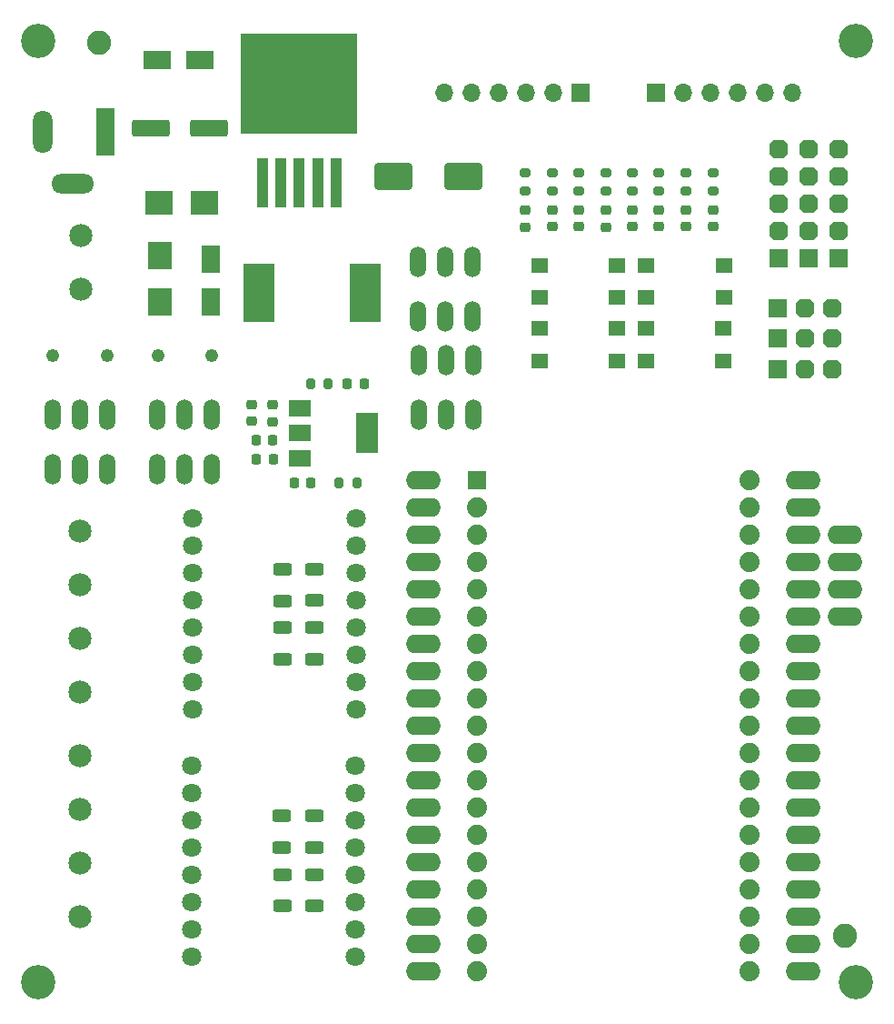
<source format=gbr>
%TF.GenerationSoftware,KiCad,Pcbnew,6.0.1-79c1e3a40b~116~ubuntu20.04.1*%
%TF.CreationDate,2022-02-01T01:50:50+05:30*%
%TF.ProjectId,sra_dev_board_2022,7372615f-6465-4765-9f62-6f6172645f32,rev?*%
%TF.SameCoordinates,Original*%
%TF.FileFunction,Soldermask,Top*%
%TF.FilePolarity,Negative*%
%FSLAX46Y46*%
G04 Gerber Fmt 4.6, Leading zero omitted, Abs format (unit mm)*
G04 Created by KiCad (PCBNEW 6.0.1-79c1e3a40b~116~ubuntu20.04.1) date 2022-02-01 01:50:50*
%MOMM*%
%LPD*%
G01*
G04 APERTURE LIST*
G04 Aperture macros list*
%AMRoundRect*
0 Rectangle with rounded corners*
0 $1 Rounding radius*
0 $2 $3 $4 $5 $6 $7 $8 $9 X,Y pos of 4 corners*
0 Add a 4 corners polygon primitive as box body*
4,1,4,$2,$3,$4,$5,$6,$7,$8,$9,$2,$3,0*
0 Add four circle primitives for the rounded corners*
1,1,$1+$1,$2,$3*
1,1,$1+$1,$4,$5*
1,1,$1+$1,$6,$7*
1,1,$1+$1,$8,$9*
0 Add four rect primitives between the rounded corners*
20,1,$1+$1,$2,$3,$4,$5,0*
20,1,$1+$1,$4,$5,$6,$7,0*
20,1,$1+$1,$6,$7,$8,$9,0*
20,1,$1+$1,$8,$9,$2,$3,0*%
%AMFreePoly0*
4,1,25,0.440719,0.844196,0.452842,0.833842,0.833842,0.452842,0.862349,0.396894,0.863600,0.381000,0.863600,-0.381000,0.844196,-0.440719,0.833842,-0.452842,0.452842,-0.833842,0.396894,-0.862349,0.381000,-0.863600,-0.381000,-0.863600,-0.440719,-0.844196,-0.452842,-0.833842,-0.833842,-0.452842,-0.862349,-0.396894,-0.863600,-0.381000,-0.863600,0.381000,-0.844196,0.440719,-0.833842,0.452842,
-0.452842,0.833842,-0.396894,0.862349,-0.381000,0.863600,0.381000,0.863600,0.440719,0.844196,0.440719,0.844196,$1*%
G04 Aperture macros list end*
%ADD10RoundRect,0.200000X0.275000X-0.200000X0.275000X0.200000X-0.275000X0.200000X-0.275000X-0.200000X0*%
%ADD11C,2.153200*%
%ADD12O,3.251200X1.727200*%
%ADD13RoundRect,0.250000X-0.625000X0.312500X-0.625000X-0.312500X0.625000X-0.312500X0.625000X0.312500X0*%
%ADD14RoundRect,0.101600X0.762000X0.762000X-0.762000X0.762000X-0.762000X-0.762000X0.762000X-0.762000X0*%
%ADD15FreePoly0,180.000000*%
%ADD16RoundRect,0.225000X0.250000X-0.225000X0.250000X0.225000X-0.250000X0.225000X-0.250000X-0.225000X0*%
%ADD17R,1.800000X2.500000*%
%ADD18C,3.200000*%
%ADD19RoundRect,0.218750X-0.256250X0.218750X-0.256250X-0.218750X0.256250X-0.218750X0.256250X0.218750X0*%
%ADD20R,1.700000X1.700000*%
%ADD21O,1.700000X1.700000*%
%ADD22C,1.800000*%
%ADD23R,2.300000X2.500000*%
%ADD24RoundRect,0.250000X-1.500000X-1.000000X1.500000X-1.000000X1.500000X1.000000X-1.500000X1.000000X0*%
%ADD25R,2.500000X2.300000*%
%ADD26O,1.524000X2.844800*%
%ADD27R,1.600000X1.400000*%
%ADD28C,1.219000*%
%ADD29RoundRect,0.101600X0.762000X-0.762000X0.762000X0.762000X-0.762000X0.762000X-0.762000X-0.762000X0*%
%ADD30FreePoly0,90.000000*%
%ADD31RoundRect,0.218750X-0.218750X-0.256250X0.218750X-0.256250X0.218750X0.256250X-0.218750X0.256250X0*%
%ADD32RoundRect,0.200000X0.200000X0.275000X-0.200000X0.275000X-0.200000X-0.275000X0.200000X-0.275000X0*%
%ADD33RoundRect,0.250000X0.625000X-0.312500X0.625000X0.312500X-0.625000X0.312500X-0.625000X-0.312500X0*%
%ADD34R,1.800000X4.400000*%
%ADD35O,1.800000X4.000000*%
%ADD36O,4.000000X1.800000*%
%ADD37RoundRect,0.200000X-0.200000X-0.275000X0.200000X-0.275000X0.200000X0.275000X-0.200000X0.275000X0*%
%ADD38RoundRect,0.250000X1.500000X0.550000X-1.500000X0.550000X-1.500000X-0.550000X1.500000X-0.550000X0*%
%ADD39RoundRect,0.101600X-0.780000X-0.780000X0.780000X-0.780000X0.780000X0.780000X-0.780000X0.780000X0*%
%ADD40C,1.879600*%
%ADD41R,2.500000X1.800000*%
%ADD42R,2.895600X5.410200*%
%ADD43RoundRect,0.225000X0.225000X0.250000X-0.225000X0.250000X-0.225000X-0.250000X0.225000X-0.250000X0*%
%ADD44C,2.250000*%
%ADD45R,2.000000X1.500000*%
%ADD46R,2.000000X3.800000*%
%ADD47R,1.100000X4.600000*%
%ADD48R,10.800000X9.400000*%
%ADD49RoundRect,0.218750X0.218750X0.256250X-0.218750X0.256250X-0.218750X-0.256250X0.218750X-0.256250X0*%
G04 APERTURE END LIST*
D10*
%TO.C,R7*%
X132680000Y-45896250D03*
X132680000Y-44246250D03*
%TD*%
D11*
%TO.C,T3*%
X76270000Y-55053723D03*
X76270000Y-50053723D03*
%TD*%
D12*
%TO.C,J5*%
X143569418Y-118588838D03*
X143569418Y-116048838D03*
X143569418Y-113508838D03*
X143569418Y-110968838D03*
X143569418Y-108428838D03*
X143569418Y-105888838D03*
X143569418Y-103348838D03*
X143569418Y-100808838D03*
X143569418Y-98268838D03*
X143569418Y-95728838D03*
X143569418Y-93188838D03*
X143569418Y-90648838D03*
X143569418Y-88108838D03*
X143569418Y-85568838D03*
X143569418Y-83028838D03*
X143569418Y-80488838D03*
X143569418Y-77948838D03*
X143569418Y-75408838D03*
X143569418Y-72868838D03*
%TD*%
D13*
%TO.C,R17*%
X98100000Y-109577500D03*
X98100000Y-112502500D03*
%TD*%
D10*
%TO.C,R1*%
X117720000Y-45912500D03*
X117720000Y-44262500D03*
%TD*%
D14*
%TO.C,J11*%
X141332544Y-52158000D03*
D15*
X141332544Y-49618000D03*
X141332544Y-47078000D03*
X141332544Y-44538000D03*
X141332544Y-41998000D03*
%TD*%
D16*
%TO.C,C5*%
X94170000Y-67386847D03*
X94170000Y-65836847D03*
%TD*%
D17*
%TO.C,D13*%
X88438853Y-52230000D03*
X88438853Y-56230000D03*
%TD*%
D18*
%TO.C,H2*%
X72350000Y-119600000D03*
%TD*%
D11*
%TO.C,T2*%
X76210000Y-98463750D03*
X76210000Y-103463750D03*
X76210000Y-108463750D03*
X76210000Y-113463750D03*
%TD*%
D19*
%TO.C,D2*%
X120250000Y-47683750D03*
X120250000Y-49258750D03*
%TD*%
D20*
%TO.C,J8*%
X129920000Y-36790000D03*
D21*
X132460000Y-36790000D03*
X135000000Y-36790000D03*
X137540000Y-36790000D03*
X140080000Y-36790000D03*
X142620000Y-36790000D03*
%TD*%
D22*
%TO.C,U3*%
X86720000Y-76427582D03*
X86720000Y-78967582D03*
X86720000Y-81507582D03*
X86720000Y-84047582D03*
X86720000Y-86587582D03*
X86720000Y-89127582D03*
X86720000Y-91667582D03*
X86720000Y-94207582D03*
X101960000Y-94207582D03*
X101960000Y-91667582D03*
X101960000Y-89127582D03*
X101960000Y-86587582D03*
X101960000Y-84047582D03*
X101960000Y-81507582D03*
X101960000Y-78967582D03*
X101960000Y-76427582D03*
%TD*%
D14*
%TO.C,J13*%
X146922544Y-52166000D03*
D15*
X146922544Y-49626000D03*
X146922544Y-47086000D03*
X146922544Y-44546000D03*
X146922544Y-42006000D03*
%TD*%
D23*
%TO.C,D9*%
X83690000Y-56230000D03*
X83690000Y-51930000D03*
%TD*%
D19*
%TO.C,D4*%
X125220000Y-47692500D03*
X125220000Y-49267500D03*
%TD*%
D24*
%TO.C,C2*%
X105452500Y-44600000D03*
X111952500Y-44600000D03*
%TD*%
D25*
%TO.C,D14*%
X87850000Y-47000000D03*
X83550000Y-47000000D03*
%TD*%
D10*
%TO.C,R6*%
X130180000Y-45896250D03*
X130180000Y-44246250D03*
%TD*%
D26*
%TO.C,TB_B1*%
X107780000Y-61657386D03*
X110320000Y-61657386D03*
X112860000Y-61657386D03*
X107780000Y-66737386D03*
X110320000Y-66737386D03*
X112860000Y-66737386D03*
%TD*%
D27*
%TO.C,SW2*%
X126270000Y-58740000D03*
X119070000Y-58740000D03*
X126270000Y-61740000D03*
X119070000Y-61740000D03*
%TD*%
D10*
%TO.C,R4*%
X125220000Y-45905000D03*
X125220000Y-44255000D03*
%TD*%
D28*
%TO.C,F2*%
X83485000Y-61280000D03*
X88535000Y-61280000D03*
%TD*%
D29*
%TO.C,J3*%
X141260000Y-62474000D03*
D30*
X143800000Y-62474000D03*
X146340000Y-62474000D03*
%TD*%
D13*
%TO.C,R18*%
X95100000Y-109577500D03*
X95100000Y-112502500D03*
%TD*%
D19*
%TO.C,D6*%
X130180000Y-47683750D03*
X130180000Y-49258750D03*
%TD*%
%TO.C,D1*%
X117740000Y-47700000D03*
X117740000Y-49275000D03*
%TD*%
D22*
%TO.C,U4*%
X86650000Y-99415527D03*
X86650000Y-101955527D03*
X86650000Y-104495527D03*
X86650000Y-107035527D03*
X86650000Y-109575527D03*
X86650000Y-112115527D03*
X86650000Y-114655527D03*
X86650000Y-117195527D03*
X101890000Y-117195527D03*
X101890000Y-114655527D03*
X101890000Y-112115527D03*
X101890000Y-109575527D03*
X101890000Y-107035527D03*
X101890000Y-104495527D03*
X101890000Y-101955527D03*
X101890000Y-99415527D03*
%TD*%
D26*
%TO.C,12V_SW1*%
X73680000Y-66762369D03*
X76220000Y-66762369D03*
X78760000Y-66762369D03*
X73680000Y-71842369D03*
X76220000Y-71842369D03*
X78760000Y-71842369D03*
%TD*%
D10*
%TO.C,R2*%
X120250000Y-45896250D03*
X120250000Y-44246250D03*
%TD*%
D26*
%TO.C,5V_SW1*%
X83400000Y-66770000D03*
X85940000Y-66770000D03*
X88480000Y-66770000D03*
X83400000Y-71850000D03*
X85940000Y-71850000D03*
X88480000Y-71850000D03*
%TD*%
D19*
%TO.C,D7*%
X132680000Y-47683750D03*
X132680000Y-49258750D03*
%TD*%
D31*
%TO.C,D11*%
X101125000Y-63890000D03*
X102700000Y-63890000D03*
%TD*%
D28*
%TO.C,F1*%
X78715000Y-61280000D03*
X73665000Y-61280000D03*
%TD*%
D10*
%TO.C,R3*%
X122730000Y-45896250D03*
X122730000Y-44246250D03*
%TD*%
D29*
%TO.C,J2*%
X141260000Y-56850000D03*
D30*
X143800000Y-56850000D03*
X146340000Y-56850000D03*
%TD*%
D10*
%TO.C,R8*%
X135190000Y-45896250D03*
X135190000Y-44246250D03*
%TD*%
D18*
%TO.C,H1*%
X72350000Y-31950000D03*
%TD*%
D12*
%TO.C,J9*%
X147480000Y-85580000D03*
X147480000Y-83040000D03*
X147480000Y-80500000D03*
X147480000Y-77960000D03*
%TD*%
D27*
%TO.C,SW4*%
X136203500Y-52850000D03*
X129003500Y-52850000D03*
X136203500Y-55850000D03*
X129003500Y-55850000D03*
%TD*%
D19*
%TO.C,D3*%
X122730000Y-47683750D03*
X122730000Y-49258750D03*
%TD*%
D32*
%TO.C,R10*%
X99335000Y-63890000D03*
X97685000Y-63890000D03*
%TD*%
D33*
%TO.C,R14*%
X95100000Y-89492500D03*
X95100000Y-86567500D03*
%TD*%
D19*
%TO.C,D8*%
X135190000Y-47683750D03*
X135190000Y-49258750D03*
%TD*%
D20*
%TO.C,J7*%
X122890000Y-36780000D03*
D21*
X120350000Y-36780000D03*
X117810000Y-36780000D03*
X115270000Y-36780000D03*
X112730000Y-36780000D03*
X110190000Y-36780000D03*
%TD*%
D27*
%TO.C,SW1*%
X126274490Y-52860000D03*
X119074490Y-52860000D03*
X126274490Y-55860000D03*
X119074490Y-55860000D03*
%TD*%
D33*
%TO.C,R12*%
X95080000Y-84062500D03*
X95080000Y-81137500D03*
%TD*%
D16*
%TO.C,C4*%
X92230000Y-67376847D03*
X92230000Y-65826847D03*
%TD*%
D34*
%TO.C,J6*%
X78580000Y-40400000D03*
D35*
X72780000Y-40400000D03*
D36*
X75580000Y-45200000D03*
%TD*%
D37*
%TO.C,R9*%
X100375000Y-73090000D03*
X102025000Y-73090000D03*
%TD*%
D11*
%TO.C,T1*%
X76210000Y-77579497D03*
X76210000Y-82579497D03*
X76210000Y-87579497D03*
X76210000Y-92579497D03*
%TD*%
D38*
%TO.C,C1*%
X88200000Y-40100000D03*
X82800000Y-40100000D03*
%TD*%
D39*
%TO.C,U1*%
X113179418Y-72868838D03*
D40*
X113179418Y-75408838D03*
X113179418Y-77948838D03*
X113179418Y-80488838D03*
X113179418Y-83028838D03*
X113179418Y-85568838D03*
X113179418Y-88108838D03*
X113179418Y-90648838D03*
X113179418Y-93188838D03*
X113179418Y-95728838D03*
X113179418Y-98268838D03*
X113179418Y-100808838D03*
X113179418Y-103348838D03*
X113179418Y-105888838D03*
X113179418Y-108428838D03*
X113179418Y-110968838D03*
X113179418Y-113508838D03*
X113179418Y-116048838D03*
X113179418Y-118588838D03*
X138579418Y-72868838D03*
X138579418Y-75408838D03*
X138579418Y-77948838D03*
X138579418Y-80488838D03*
X138579418Y-83028838D03*
X138579418Y-85568838D03*
X138579418Y-88108838D03*
X138579418Y-90648838D03*
X138579418Y-93188838D03*
X138579418Y-95728838D03*
X138579418Y-98268838D03*
X138579418Y-100808838D03*
X138579418Y-103348838D03*
X138579418Y-105888838D03*
X138579418Y-108428838D03*
X138579418Y-110968838D03*
X138579418Y-113508838D03*
X138579418Y-116048838D03*
X138579418Y-118588838D03*
%TD*%
D33*
%TO.C,R11*%
X98070000Y-84052500D03*
X98070000Y-81127500D03*
%TD*%
D41*
%TO.C,D12*%
X87400000Y-33700000D03*
X83400000Y-33700000D03*
%TD*%
D27*
%TO.C,SW3*%
X136200000Y-58720000D03*
X129000000Y-58720000D03*
X136200000Y-61720000D03*
X129000000Y-61720000D03*
%TD*%
D13*
%TO.C,R16*%
X98050000Y-104117500D03*
X98050000Y-107042500D03*
%TD*%
D26*
%TO.C,TB_A1*%
X107720000Y-52487102D03*
X110260000Y-52487102D03*
X112800000Y-52487102D03*
X107720000Y-57567102D03*
X110260000Y-57567102D03*
X112800000Y-57567102D03*
%TD*%
D19*
%TO.C,D5*%
X127700000Y-47683750D03*
X127700000Y-49258750D03*
%TD*%
D18*
%TO.C,H3*%
X148500000Y-119600000D03*
%TD*%
D42*
%TO.C,L1*%
X92937735Y-55380000D03*
X102843735Y-55380000D03*
%TD*%
D43*
%TO.C,C6*%
X94175000Y-69111847D03*
X92625000Y-69111847D03*
%TD*%
%TO.C,C3*%
X94225000Y-70911847D03*
X92675000Y-70911847D03*
%TD*%
D44*
%TO.C,REF\u002A\u002A*%
X147470000Y-115260000D03*
%TD*%
D45*
%TO.C,U2*%
X96700000Y-66180000D03*
X96700000Y-68480000D03*
D46*
X103000000Y-68480000D03*
D45*
X96700000Y-70780000D03*
%TD*%
D33*
%TO.C,R13*%
X98100000Y-89502500D03*
X98100000Y-86577500D03*
%TD*%
D47*
%TO.C,U5*%
X93260000Y-45115000D03*
X94960000Y-45115000D03*
D48*
X96660000Y-35965000D03*
D47*
X96660000Y-45115000D03*
X98360000Y-45115000D03*
X100060000Y-45115000D03*
%TD*%
D14*
%TO.C,J12*%
X144122544Y-52166000D03*
D15*
X144122544Y-49626000D03*
X144122544Y-47086000D03*
X144122544Y-44546000D03*
X144122544Y-42006000D03*
%TD*%
D10*
%TO.C,R5*%
X127700000Y-45896250D03*
X127700000Y-44246250D03*
%TD*%
D44*
%TO.C,REF\u002A\u002A*%
X78000000Y-32100000D03*
%TD*%
D49*
%TO.C,D10*%
X97737500Y-73090000D03*
X96162500Y-73090000D03*
%TD*%
D13*
%TO.C,R15*%
X95050000Y-104117500D03*
X95050000Y-107042500D03*
%TD*%
D18*
%TO.C,H4*%
X148500000Y-31950000D03*
%TD*%
D12*
%TO.C,J1*%
X108179418Y-72868838D03*
X108179418Y-75408838D03*
X108179418Y-77948838D03*
X108179418Y-80488838D03*
X108179418Y-83028838D03*
X108179418Y-85568838D03*
X108179418Y-88108838D03*
X108179418Y-90648838D03*
X108179418Y-93188838D03*
X108179418Y-95728838D03*
X108179418Y-98268838D03*
X108179418Y-100808838D03*
X108179418Y-103348838D03*
X108179418Y-105888838D03*
X108179418Y-108428838D03*
X108179418Y-110968838D03*
X108179418Y-113508838D03*
X108179418Y-116048838D03*
X108179418Y-118588838D03*
%TD*%
D29*
%TO.C,J4*%
X141250000Y-59660000D03*
D30*
X143790000Y-59660000D03*
X146330000Y-59660000D03*
%TD*%
M02*

</source>
